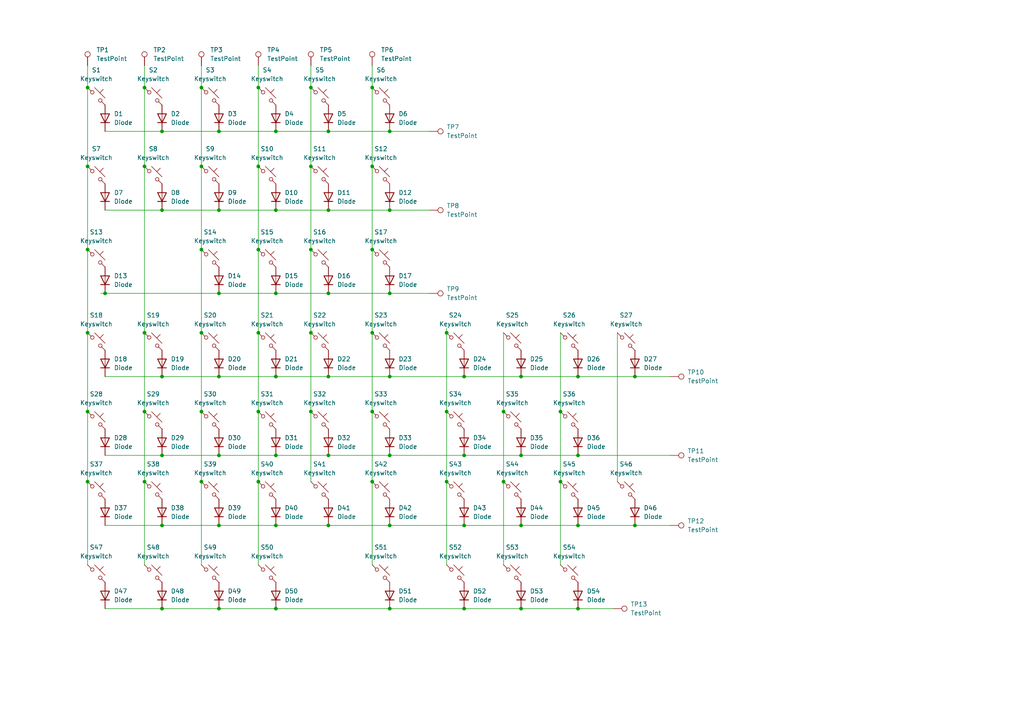
<source format=kicad_sch>
(kicad_sch (version 20231120) (generator "eeschema") (generator_version "8.0")
  (paper "A4")
  (junction (at 80.01 176.53))
  (junction (at 184.15 109.22))
  (junction (at 74.93 72.39))
  (junction (at 134.62 152.4))
  (junction (at 113.03 132.08))
  (junction (at 80.01 85.09))
  (junction (at 95.25 132.08))
  (junction (at 134.62 176.53))
  (junction (at 63.5 109.22))
  (junction (at 41.91 96.52))
  (junction (at 41.91 25.4))
  (junction (at 41.91 139.7))
  (junction (at 30.48 85.09))
  (junction (at 74.93 139.7))
  (junction (at 58.42 119.38))
  (junction (at 74.93 48.26))
  (junction (at 25.4 72.39))
  (junction (at 63.5 60.96))
  (junction (at 151.13 176.53))
  (junction (at 95.25 85.09))
  (junction (at 46.99 176.53))
  (junction (at 80.01 109.22))
  (junction (at 146.05 139.7))
  (junction (at 113.03 109.22))
  (junction (at 113.03 60.96))
  (junction (at 58.42 25.4))
  (junction (at 90.17 48.26))
  (junction (at 46.99 109.22))
  (junction (at 63.5 38.1))
  (junction (at 95.25 152.4))
  (junction (at 107.95 72.39))
  (junction (at 146.05 119.38))
  (junction (at 80.01 152.4))
  (junction (at 95.25 109.22))
  (junction (at 25.4 119.38))
  (junction (at 162.56 119.38))
  (junction (at 25.4 96.52))
  (junction (at 151.13 152.4))
  (junction (at 107.95 96.52))
  (junction (at 113.03 85.09))
  (junction (at 107.95 119.38))
  (junction (at 129.54 96.52))
  (junction (at 90.17 119.38))
  (junction (at 90.17 72.39))
  (junction (at 46.99 60.96))
  (junction (at 129.54 139.7))
  (junction (at 58.42 96.52))
  (junction (at 41.91 119.38))
  (junction (at 46.99 152.4))
  (junction (at 46.99 38.1))
  (junction (at 107.95 25.4))
  (junction (at 134.62 132.08))
  (junction (at 25.4 48.26))
  (junction (at 95.25 60.96))
  (junction (at 151.13 109.22))
  (junction (at 58.42 139.7))
  (junction (at 58.42 72.39))
  (junction (at 113.03 176.53))
  (junction (at 41.91 48.26))
  (junction (at 80.01 60.96))
  (junction (at 63.5 176.53))
  (junction (at 74.93 119.38))
  (junction (at 80.01 132.08))
  (junction (at 74.93 96.52))
  (junction (at 46.99 132.08))
  (junction (at 90.17 25.4))
  (junction (at 184.15 152.4))
  (junction (at 107.95 139.7))
  (junction (at 107.95 48.26))
  (junction (at 129.54 119.38))
  (junction (at 95.25 38.1))
  (junction (at 25.4 25.4))
  (junction (at 74.93 25.4))
  (junction (at 167.64 176.53))
  (junction (at 167.64 152.4))
  (junction (at 134.62 109.22))
  (junction (at 63.5 85.09))
  (junction (at 151.13 132.08))
  (junction (at 25.4 139.7))
  (junction (at 58.42 48.26))
  (junction (at 167.64 132.08))
  (junction (at 80.01 38.1))
  (junction (at 63.5 152.4))
  (junction (at 162.56 139.7))
  (junction (at 113.03 152.4))
  (junction (at 113.03 38.1))
  (junction (at 63.5 132.08))
  (junction (at 90.17 96.52))
  (junction (at 167.64 109.22))
  (wire (pts (xy 80.01 152.4) (xy 95.25 152.4)))
  (wire (pts (xy 90.17 19.05) (xy 90.17 25.4)))
  (wire (pts (xy 25.4 48.26) (xy 25.4 72.39)))
  (wire (pts (xy 80.01 132.08) (xy 95.25 132.08)))
  (wire (pts (xy 162.56 96.52) (xy 162.56 119.38)))
  (wire (pts (xy 63.5 176.53) (xy 80.01 176.53)))
  (wire (pts (xy 29.21 85.09) (xy 30.48 85.09)))
  (wire (pts (xy 151.13 109.22) (xy 167.64 109.22)))
  (wire (pts (xy 58.42 19.05) (xy 58.42 25.4)))
  (wire (pts (xy 134.62 109.22) (xy 151.13 109.22)))
  (wire (pts (xy 107.95 96.52) (xy 107.95 119.38)))
  (wire (pts (xy 107.95 72.39) (xy 107.95 96.52)))
  (wire (pts (xy 107.95 19.05) (xy 107.95 25.4)))
  (wire (pts (xy 167.64 176.53) (xy 177.8 176.53)))
  (wire (pts (xy 151.13 132.08) (xy 167.64 132.08)))
  (wire (pts (xy 95.25 152.4) (xy 113.03 152.4)))
  (wire (pts (xy 113.03 132.08) (xy 134.62 132.08)))
  (wire (pts (xy 90.17 72.39) (xy 90.17 96.52)))
  (wire (pts (xy 46.99 60.96) (xy 63.5 60.96)))
  (wire (pts (xy 30.48 109.22) (xy 46.99 109.22)))
  (wire (pts (xy 95.25 38.1) (xy 113.03 38.1)))
  (wire (pts (xy 74.93 96.52) (xy 74.93 119.38)))
  (wire (pts (xy 80.01 176.53) (xy 113.03 176.53)))
  (wire (pts (xy 58.42 48.26) (xy 58.42 72.39)))
  (wire (pts (xy 41.91 25.4) (xy 41.91 48.26)))
  (wire (pts (xy 80.01 85.09) (xy 95.25 85.09)))
  (wire (pts (xy 167.64 132.08) (xy 194.31 132.08)))
  (wire (pts (xy 58.42 139.7) (xy 58.42 163.83)))
  (wire (pts (xy 63.5 109.22) (xy 80.01 109.22)))
  (wire (pts (xy 95.25 132.08) (xy 113.03 132.08)))
  (wire (pts (xy 134.62 152.4) (xy 151.13 152.4)))
  (wire (pts (xy 25.4 139.7) (xy 25.4 163.83)))
  (wire (pts (xy 95.25 60.96) (xy 113.03 60.96)))
  (wire (pts (xy 90.17 48.26) (xy 90.17 72.39)))
  (wire (pts (xy 129.54 96.52) (xy 129.54 119.38)))
  (wire (pts (xy 129.54 95.25) (xy 129.54 96.52)))
  (wire (pts (xy 146.05 139.7) (xy 146.05 163.83)))
  (wire (pts (xy 113.03 60.96) (xy 124.46 60.96)))
  (wire (pts (xy 146.05 96.52) (xy 146.05 119.38)))
  (wire (pts (xy 63.5 38.1) (xy 80.01 38.1)))
  (wire (pts (xy 25.4 25.4) (xy 25.4 48.26)))
  (wire (pts (xy 113.03 109.22) (xy 134.62 109.22)))
  (wire (pts (xy 179.07 96.52) (xy 179.07 139.7)))
  (wire (pts (xy 46.99 176.53) (xy 63.5 176.53)))
  (wire (pts (xy 46.99 38.1) (xy 63.5 38.1)))
  (wire (pts (xy 30.48 85.09) (xy 63.5 85.09)))
  (wire (pts (xy 41.91 119.38) (xy 41.91 139.7)))
  (wire (pts (xy 113.03 38.1) (xy 124.46 38.1)))
  (wire (pts (xy 184.15 152.4) (xy 194.31 152.4)))
  (wire (pts (xy 107.95 25.4) (xy 107.95 48.26)))
  (wire (pts (xy 63.5 60.96) (xy 80.01 60.96)))
  (wire (pts (xy 74.93 48.26) (xy 74.93 72.39)))
  (wire (pts (xy 30.48 152.4) (xy 46.99 152.4)))
  (wire (pts (xy 107.95 139.7) (xy 107.95 163.83)))
  (wire (pts (xy 63.5 132.08) (xy 80.01 132.08)))
  (wire (pts (xy 30.48 132.08) (xy 46.99 132.08)))
  (wire (pts (xy 113.03 176.53) (xy 134.62 176.53)))
  (wire (pts (xy 107.95 48.26) (xy 107.95 72.39)))
  (wire (pts (xy 46.99 152.4) (xy 63.5 152.4)))
  (wire (pts (xy 90.17 96.52) (xy 90.17 119.38)))
  (wire (pts (xy 146.05 119.38) (xy 146.05 139.7)))
  (wire (pts (xy 113.03 85.09) (xy 124.46 85.09)))
  (wire (pts (xy 80.01 38.1) (xy 95.25 38.1)))
  (wire (pts (xy 25.4 19.05) (xy 25.4 25.4)))
  (wire (pts (xy 80.01 109.22) (xy 95.25 109.22)))
  (wire (pts (xy 74.93 72.39) (xy 74.93 96.52)))
  (wire (pts (xy 74.93 119.38) (xy 74.93 139.7)))
  (wire (pts (xy 74.93 19.05) (xy 74.93 25.4)))
  (wire (pts (xy 58.42 25.4) (xy 58.42 48.26)))
  (wire (pts (xy 58.42 72.39) (xy 58.42 96.52)))
  (wire (pts (xy 74.93 139.7) (xy 74.93 163.83)))
  (wire (pts (xy 30.48 38.1) (xy 46.99 38.1)))
  (wire (pts (xy 63.5 85.09) (xy 80.01 85.09)))
  (wire (pts (xy 30.48 60.96) (xy 46.99 60.96)))
  (wire (pts (xy 46.99 132.08) (xy 63.5 132.08)))
  (wire (pts (xy 162.56 119.38) (xy 162.56 139.7)))
  (wire (pts (xy 151.13 152.4) (xy 167.64 152.4)))
  (wire (pts (xy 41.91 19.05) (xy 41.91 25.4)))
  (wire (pts (xy 167.64 152.4) (xy 184.15 152.4)))
  (wire (pts (xy 184.15 109.22) (xy 194.31 109.22)))
  (wire (pts (xy 25.4 119.38) (xy 25.4 139.7)))
  (wire (pts (xy 95.25 85.09) (xy 113.03 85.09)))
  (wire (pts (xy 90.17 119.38) (xy 90.17 139.7)))
  (wire (pts (xy 25.4 96.52) (xy 25.4 119.38)))
  (wire (pts (xy 74.93 25.4) (xy 74.93 48.26)))
  (wire (pts (xy 162.56 139.7) (xy 162.56 163.83)))
  (wire (pts (xy 151.13 176.53) (xy 167.64 176.53)))
  (wire (pts (xy 90.17 25.4) (xy 90.17 48.26)))
  (wire (pts (xy 107.95 119.38) (xy 107.95 139.7)))
  (wire (pts (xy 113.03 152.4) (xy 134.62 152.4)))
  (wire (pts (xy 46.99 109.22) (xy 63.5 109.22)))
  (wire (pts (xy 30.48 176.53) (xy 46.99 176.53)))
  (wire (pts (xy 25.4 72.39) (xy 25.4 96.52)))
  (wire (pts (xy 134.62 176.53) (xy 151.13 176.53)))
  (wire (pts (xy 41.91 96.52) (xy 41.91 119.38)))
  (wire (pts (xy 41.91 139.7) (xy 41.91 163.83)))
  (wire (pts (xy 129.54 119.38) (xy 129.54 139.7)))
  (wire (pts (xy 129.54 139.7) (xy 129.54 163.83)))
  (wire (pts (xy 63.5 152.4) (xy 80.01 152.4)))
  (wire (pts (xy 41.91 48.26) (xy 41.91 96.52)))
  (wire (pts (xy 58.42 119.38) (xy 58.42 139.7)))
  (wire (pts (xy 80.01 60.96) (xy 95.25 60.96)))
  (wire (pts (xy 58.42 96.52) (xy 58.42 119.38)))
  (wire (pts (xy 167.64 109.22) (xy 184.15 109.22)))
  (wire (pts (xy 95.25 109.22) (xy 113.03 109.22)))
  (wire (pts (xy 134.62 132.08) (xy 151.13 132.08)))
  (symbol (lib_id "ScottoKeebs:Placeholder_Diode") (at 30.48 57.15 90) (unit 1)
    (property "Reference" "D7" (at 33.02 55.8799 90) (effects (justify right)))
    (property "Value" "Diode" (at 33.02 58.4199 90) (effects (justify right)))
    (property "Footprint" "Diode_SMD:D_PowerDI-123" (effects (hide yes)))
    (property "Description" "1N4148 (DO-35) or 1N4148W (SOD-123)" (effects (hide yes)))
    (property "Sim.Device" "D" (effects (hide yes)))
    (property "Sim.Pins" "1=K 2=A" (effects (hide yes)))
  )
  (symbol (lib_id "ScottoKeebs:Placeholder_Diode") (at 113.03 148.59 90) (unit 1)
    (property "Reference" "D42" (at 115.57 147.3199 90) (effects (justify right)))
    (property "Value" "Diode" (at 115.57 149.8599 90) (effects (justify right)))
    (property "Footprint" "Diode_SMD:D_PowerDI-123" (effects (hide yes)))
    (property "Description" "1N4148 (DO-35) or 1N4148W (SOD-123)" (effects (hide yes)))
    (property "Sim.Device" "D" (effects (hide yes)))
    (property "Sim.Pins" "1=K 2=A" (effects (hide yes)))
  )
  (symbol (lib_id "Connector:TestPoint") (at 74.93 19.05 0) (unit 1)
    (property "Reference" "TP4" (at 77.47 14.4779 0) (effects (justify left)))
    (property "Value" "TestPoint" (at 77.47 17.0179 0) (effects (justify left)))
    (property "Footprint" "TestPoint:TestPoint_Pad_D1.5mm" (effects (hide yes)))
    (property "Description" "test point" (effects (hide yes)))
  )
  (symbol (lib_id "ScottoKeebs:Placeholder_Diode") (at 134.62 148.59 90) (unit 1)
    (property "Reference" "D43" (at 137.16 147.3199 90) (effects (justify right)))
    (property "Value" "Diode" (at 137.16 149.8599 90) (effects (justify right)))
    (property "Footprint" "Diode_SMD:D_PowerDI-123" (effects (hide yes)))
    (property "Description" "1N4148 (DO-35) or 1N4148W (SOD-123)" (effects (hide yes)))
    (property "Sim.Device" "D" (effects (hide yes)))
    (property "Sim.Pins" "1=K 2=A" (effects (hide yes)))
  )
  (symbol (lib_id "ScottoKeebs:Placeholder_Diode") (at 30.48 172.72 90) (unit 1)
    (property "Reference" "D47" (at 33.02 171.4499 90) (effects (justify right)))
    (property "Value" "Diode" (at 33.02 173.9899 90) (effects (justify right)))
    (property "Footprint" "Diode_SMD:D_PowerDI-123" (effects (hide yes)))
    (property "Description" "1N4148 (DO-35) or 1N4148W (SOD-123)" (effects (hide yes)))
    (property "Sim.Device" "D" (effects (hide yes)))
    (property "Sim.Pins" "1=K 2=A" (effects (hide yes)))
  )
  (symbol (lib_id "ScottoKeebs:Placeholder_Diode") (at 167.64 105.41 90) (unit 1)
    (property "Reference" "D26" (at 170.18 104.1399 90) (effects (justify right)))
    (property "Value" "Diode" (at 170.18 106.6799 90) (effects (justify right)))
    (property "Footprint" "Diode_SMD:D_PowerDI-123" (effects (hide yes)))
    (property "Description" "1N4148 (DO-35) or 1N4148W (SOD-123)" (effects (hide yes)))
    (property "Sim.Device" "D" (effects (hide yes)))
    (property "Sim.Pins" "1=K 2=A" (effects (hide yes)))
  )
  (symbol (lib_id "ScottoKeebs:Placeholder_Diode") (at 113.03 81.28 90) (unit 1)
    (property "Reference" "D17" (at 115.57 80.0099 90) (effects (justify right)))
    (property "Value" "Diode" (at 115.57 82.5499 90) (effects (justify right)))
    (property "Footprint" "Diode_SMD:D_PowerDI-123" (effects (hide yes)))
    (property "Description" "1N4148 (DO-35) or 1N4148W (SOD-123)" (effects (hide yes)))
    (property "Sim.Device" "D" (effects (hide yes)))
    (property "Sim.Pins" "1=K 2=A" (effects (hide yes)))
  )
  (symbol (lib_id "ScottoKeebs:Placeholder_Diode") (at 151.13 105.41 90) (unit 1)
    (property "Reference" "D25" (at 153.67 104.1399 90) (effects (justify right)))
    (property "Value" "Diode" (at 153.67 106.6799 90) (effects (justify right)))
    (property "Footprint" "Diode_SMD:D_PowerDI-123" (effects (hide yes)))
    (property "Description" "1N4148 (DO-35) or 1N4148W (SOD-123)" (effects (hide yes)))
    (property "Sim.Device" "D" (effects (hide yes)))
    (property "Sim.Pins" "1=K 2=A" (effects (hide yes)))
  )
  (symbol (lib_id "ScottoKeebs:Placeholder_Diode") (at 63.5 81.28 90) (unit 1)
    (property "Reference" "D14" (at 66.04 80.0099 90) (effects (justify right)))
    (property "Value" "Diode" (at 66.04 82.5499 90) (effects (justify right)))
    (property "Footprint" "Diode_SMD:D_PowerDI-123" (effects (hide yes)))
    (property "Description" "1N4148 (DO-35) or 1N4148W (SOD-123)" (effects (hide yes)))
    (property "Sim.Device" "D" (effects (hide yes)))
    (property "Sim.Pins" "1=K 2=A" (effects (hide yes)))
  )
  (symbol (lib_id "Connector:TestPoint") (at 41.91 19.05 0) (unit 1)
    (property "Reference" "TP2" (at 44.45 14.4779 0) (effects (justify left)))
    (property "Value" "TestPoint" (at 44.45 17.0179 0) (effects (justify left)))
    (property "Footprint" "TestPoint:TestPoint_Pad_D1.5mm" (effects (hide yes)))
    (property "Description" "test point" (effects (hide yes)))
  )
  (symbol (lib_id "ScottoKeebs:Placeholder_Diode") (at 113.03 172.72 90) (unit 1)
    (property "Reference" "D51" (at 115.57 171.4499 90) (effects (justify right)))
    (property "Value" "Diode" (at 115.57 173.9899 90) (effects (justify right)))
    (property "Footprint" "Diode_SMD:D_PowerDI-123" (effects (hide yes)))
    (property "Description" "1N4148 (DO-35) or 1N4148W (SOD-123)" (effects (hide yes)))
    (property "Sim.Device" "D" (effects (hide yes)))
    (property "Sim.Pins" "1=K 2=A" (effects (hide yes)))
  )
  (symbol (lib_id "ScottoKeebs:Placeholder_Diode") (at 80.01 81.28 90) (unit 1)
    (property "Reference" "D15" (at 82.55 80.0099 90) (effects (justify right)))
    (property "Value" "Diode" (at 82.55 82.5499 90) (effects (justify right)))
    (property "Footprint" "Diode_SMD:D_PowerDI-123" (effects (hide yes)))
    (property "Description" "1N4148 (DO-35) or 1N4148W (SOD-123)" (effects (hide yes)))
    (property "Sim.Device" "D" (effects (hide yes)))
    (property "Sim.Pins" "1=K 2=A" (effects (hide yes)))
  )
  (symbol (lib_id "ScottoKeebs:Placeholder_Keyswitch") (at 148.59 121.92 0) (unit 1)
    (property "Reference" "S35" (at 148.59 114.3 0))
    (property "Value" "Keyswitch" (at 148.59 116.84 0))
    (property "Footprint" "DomeSwitches:DomeSwitch_8mm_double_sided" (effects (hide yes)))
    (property "Description" "Push button switch, normally open, two pins, 45° tilted" (effects (hide yes)))
  )
  (symbol (lib_id "ScottoKeebs:Placeholder_Diode") (at 95.25 148.59 90) (unit 1)
    (property "Reference" "D41" (at 97.79 147.3199 90) (effects (justify right)))
    (property "Value" "Diode" (at 97.79 149.8599 90) (effects (justify right)))
    (property "Footprint" "Diode_SMD:D_PowerDI-123" (effects (hide yes)))
    (property "Description" "1N4148 (DO-35) or 1N4148W (SOD-123)" (effects (hide yes)))
    (property "Sim.Device" "D" (effects (hide yes)))
    (property "Sim.Pins" "1=K 2=A" (effects (hide yes)))
  )
  (symbol (lib_id "ScottoKeebs:Placeholder_Diode") (at 63.5 34.29 90) (unit 1)
    (property "Reference" "D3" (at 66.04 33.0199 90) (effects (justify right)))
    (property "Value" "Diode" (at 66.04 35.5599 90) (effects (justify right)))
    (property "Footprint" "Diode_SMD:D_PowerDI-123" (effects (hide yes)))
    (property "Description" "1N4148 (DO-35) or 1N4148W (SOD-123)" (effects (hide yes)))
    (property "Sim.Device" "D" (effects (hide yes)))
    (property "Sim.Pins" "1=K 2=A" (effects (hide yes)))
  )
  (symbol (lib_id "ScottoKeebs:Placeholder_Keyswitch") (at 60.96 74.93 0) (unit 1)
    (property "Reference" "S14" (at 60.96 67.31 0))
    (property "Value" "Keyswitch" (at 60.96 69.85 0))
    (property "Footprint" "DomeSwitches:DomeSwitch_8mm_double_sided" (effects (hide yes)))
    (property "Description" "Push button switch, normally open, two pins, 45° tilted" (effects (hide yes)))
  )
  (symbol (lib_id "ScottoKeebs:Placeholder_Keyswitch") (at 92.71 74.93 0) (unit 1)
    (property "Reference" "S16" (at 92.71 67.31 0))
    (property "Value" "Keyswitch" (at 92.71 69.85 0))
    (property "Footprint" "DomeSwitches:DomeSwitch_8mm_double_sided" (effects (hide yes)))
    (property "Description" "Push button switch, normally open, two pins, 45° tilted" (effects (hide yes)))
  )
  (symbol (lib_id "ScottoKeebs:Placeholder_Diode") (at 46.99 34.29 90) (unit 1)
    (property "Reference" "D2" (at 49.53 33.0199 90) (effects (justify right)))
    (property "Value" "Diode" (at 49.53 35.5599 90) (effects (justify right)))
    (property "Footprint" "Diode_SMD:D_PowerDI-123" (effects (hide yes)))
    (property "Description" "1N4148 (DO-35) or 1N4148W (SOD-123)" (effects (hide yes)))
    (property "Sim.Device" "D" (effects (hide yes)))
    (property "Sim.Pins" "1=K 2=A" (effects (hide yes)))
  )
  (symbol (lib_id "ScottoKeebs:Placeholder_Keyswitch") (at 110.49 166.37 0) (unit 1)
    (property "Reference" "S51" (at 110.49 158.75 0))
    (property "Value" "Keyswitch" (at 110.49 161.29 0))
    (property "Footprint" "DomeSwitches:DomeSwitch_8mm_double_sided" (effects (hide yes)))
    (property "Description" "Push button switch, normally open, two pins, 45° tilted" (effects (hide yes)))
  )
  (symbol (lib_id "Connector:TestPoint") (at 124.46 60.96 270) (unit 1)
    (property "Reference" "TP8" (at 129.54 59.6899 90) (effects (justify left)))
    (property "Value" "TestPoint" (at 129.54 62.2299 90) (effects (justify left)))
    (property "Footprint" "TestPoint:TestPoint_Pad_D1.5mm" (effects (hide yes)))
    (property "Description" "test point" (effects (hide yes)))
  )
  (symbol (lib_id "ScottoKeebs:Placeholder_Keyswitch") (at 77.47 166.37 0) (unit 1)
    (property "Reference" "S50" (at 77.47 158.75 0))
    (property "Value" "Keyswitch" (at 77.47 161.29 0))
    (property "Footprint" "DomeSwitches:DomeSwitch_8mm_double_sided" (effects (hide yes)))
    (property "Description" "Push button switch, normally open, two pins, 45° tilted" (effects (hide yes)))
  )
  (symbol (lib_id "ScottoKeebs:Placeholder_Keyswitch") (at 27.94 50.8 0) (unit 1)
    (property "Reference" "S7" (at 27.94 43.18 0))
    (property "Value" "Keyswitch" (at 27.94 45.72 0))
    (property "Footprint" "DomeSwitches:DomeSwitch_8mm_double_sided" (effects (hide yes)))
    (property "Description" "Push button switch, normally open, two pins, 45° tilted" (effects (hide yes)))
  )
  (symbol (lib_id "ScottoKeebs:Placeholder_Keyswitch") (at 132.08 99.06 0) (unit 1)
    (property "Reference" "S24" (at 132.08 91.44 0))
    (property "Value" "Keyswitch" (at 132.08 93.98 0))
    (property "Footprint" "DomeSwitches:DomeSwitch_8mm_double_sided" (effects (hide yes)))
    (property "Description" "Push button switch, normally open, two pins, 45° tilted" (effects (hide yes)))
  )
  (symbol (lib_id "ScottoKeebs:Placeholder_Keyswitch") (at 27.94 74.93 0) (unit 1)
    (property "Reference" "S13" (at 27.94 67.31 0))
    (property "Value" "Keyswitch" (at 27.94 69.85 0))
    (property "Footprint" "DomeSwitches:DomeSwitch_8mm_double_sided" (effects (hide yes)))
    (property "Description" "Push button switch, normally open, two pins, 45° tilted" (effects (hide yes)))
  )
  (symbol (lib_id "ScottoKeebs:Placeholder_Diode") (at 80.01 172.72 90) (unit 1)
    (property "Reference" "D50" (at 82.55 171.4499 90) (effects (justify right)))
    (property "Value" "Diode" (at 82.55 173.9899 90) (effects (justify right)))
    (property "Footprint" "Diode_SMD:D_PowerDI-123" (effects (hide yes)))
    (property "Description" "1N4148 (DO-35) or 1N4148W (SOD-123)" (effects (hide yes)))
    (property "Sim.Device" "D" (effects (hide yes)))
    (property "Sim.Pins" "1=K 2=A" (effects (hide yes)))
  )
  (symbol (lib_id "ScottoKeebs:Placeholder_Keyswitch") (at 77.47 27.94 0) (unit 1)
    (property "Reference" "S4" (at 77.47 20.32 0))
    (property "Value" "Keyswitch" (at 77.47 22.86 0))
    (property "Footprint" "DomeSwitches:DomeSwitch_8mm_double_sided" (effects (hide yes)))
    (property "Description" "Push button switch, normally open, two pins, 45° tilted" (effects (hide yes)))
  )
  (symbol (lib_id "ScottoKeebs:Placeholder_Diode") (at 151.13 128.27 90) (unit 1)
    (property "Reference" "D35" (at 153.67 126.9999 90) (effects (justify right)))
    (property "Value" "Diode" (at 153.67 129.5399 90) (effects (justify right)))
    (property "Footprint" "Diode_SMD:D_PowerDI-123" (effects (hide yes)))
    (property "Description" "1N4148 (DO-35) or 1N4148W (SOD-123)" (effects (hide yes)))
    (property "Sim.Device" "D" (effects (hide yes)))
    (property "Sim.Pins" "1=K 2=A" (effects (hide yes)))
  )
  (symbol (lib_id "ScottoKeebs:Placeholder_Keyswitch") (at 110.49 50.8 0) (unit 1)
    (property "Reference" "S12" (at 110.49 43.18 0))
    (property "Value" "Keyswitch" (at 110.49 45.72 0))
    (property "Footprint" "DomeSwitches:DomeSwitch_8mm_double_sided" (effects (hide yes)))
    (property "Description" "Push button switch, normally open, two pins, 45° tilted" (effects (hide yes)))
  )
  (symbol (lib_id "ScottoKeebs:Placeholder_Keyswitch") (at 27.94 27.94 0) (unit 1)
    (property "Reference" "S1" (at 27.94 20.32 0))
    (property "Value" "Keyswitch" (at 27.94 22.86 0))
    (property "Footprint" "DomeSwitches:DomeSwitch_8mm_double_sided" (effects (hide yes)))
    (property "Description" "Push button switch, normally open, two pins, 45° tilted" (effects (hide yes)))
  )
  (symbol (lib_id "ScottoKeebs:Placeholder_Keyswitch") (at 27.94 121.92 0) (unit 1)
    (property "Reference" "S28" (at 27.94 114.3 0))
    (property "Value" "Keyswitch" (at 27.94 116.84 0))
    (property "Footprint" "DomeSwitches:DomeSwitch_8mm_double_sided" (effects (hide yes)))
    (property "Description" "Push button switch, normally open, two pins, 45° tilted" (effects (hide yes)))
  )
  (symbol (lib_id "ScottoKeebs:Placeholder_Diode") (at 63.5 128.27 90) (unit 1)
    (property "Reference" "D30" (at 66.04 126.9999 90) (effects (justify right)))
    (property "Value" "Diode" (at 66.04 129.5399 90) (effects (justify right)))
    (property "Footprint" "Diode_SMD:D_PowerDI-123" (effects (hide yes)))
    (property "Description" "1N4148 (DO-35) or 1N4148W (SOD-123)" (effects (hide yes)))
    (property "Sim.Device" "D" (effects (hide yes)))
    (property "Sim.Pins" "1=K 2=A" (effects (hide yes)))
  )
  (symbol (lib_id "ScottoKeebs:Placeholder_Diode") (at 46.99 172.72 90) (unit 1)
    (property "Reference" "D48" (at 49.53 171.4499 90) (effects (justify right)))
    (property "Value" "Diode" (at 49.53 173.9899 90) (effects (justify right)))
    (property "Footprint" "Diode_SMD:D_PowerDI-123" (effects (hide yes)))
    (property "Description" "1N4148 (DO-35) or 1N4148W (SOD-123)" (effects (hide yes)))
    (property "Sim.Device" "D" (effects (hide yes)))
    (property "Sim.Pins" "1=K 2=A" (effects (hide yes)))
  )
  (symbol (lib_id "ScottoKeebs:Placeholder_Keyswitch") (at 132.08 166.37 0) (unit 1)
    (property "Reference" "S52" (at 132.08 158.75 0))
    (property "Value" "Keyswitch" (at 132.08 161.29 0))
    (property "Footprint" "DomeSwitches:DomeSwitch_8mm_double_sided" (effects (hide yes)))
    (property "Description" "Push button switch, normally open, two pins, 45° tilted" (effects (hide yes)))
  )
  (symbol (lib_id "ScottoKeebs:Placeholder_Keyswitch") (at 60.96 166.37 0) (unit 1)
    (property "Reference" "S49" (at 60.96 158.75 0))
    (property "Value" "Keyswitch" (at 60.96 161.29 0))
    (property "Footprint" "DomeSwitches:DomeSwitch_8mm_double_sided" (effects (hide yes)))
    (property "Description" "Push button switch, normally open, two pins, 45° tilted" (effects (hide yes)))
  )
  (symbol (lib_id "ScottoKeebs:Placeholder_Diode") (at 30.48 34.29 90) (unit 1)
    (property "Reference" "D1" (at 33.02 33.0199 90) (effects (justify right)))
    (property "Value" "Diode" (at 33.02 35.5599 90) (effects (justify right)))
    (property "Footprint" "Diode_SMD:D_PowerDI-123" (effects (hide yes)))
    (property "Description" "1N4148 (DO-35) or 1N4148W (SOD-123)" (effects (hide yes)))
    (property "Sim.Device" "D" (effects (hide yes)))
    (property "Sim.Pins" "1=K 2=A" (effects (hide yes)))
  )
  (symbol (lib_id "ScottoKeebs:Placeholder_Diode") (at 46.99 105.41 90) (unit 1)
    (property "Reference" "D19" (at 49.53 104.1399 90) (effects (justify right)))
    (property "Value" "Diode" (at 49.53 106.6799 90) (effects (justify right)))
    (property "Footprint" "Diode_SMD:D_PowerDI-123" (effects (hide yes)))
    (property "Description" "1N4148 (DO-35) or 1N4148W (SOD-123)" (effects (hide yes)))
    (property "Sim.Device" "D" (effects (hide yes)))
    (property "Sim.Pins" "1=K 2=A" (effects (hide yes)))
  )
  (symbol (lib_id "ScottoKeebs:Placeholder_Keyswitch") (at 148.59 99.06 0) (unit 1)
    (property "Reference" "S25" (at 148.59 91.44 0))
    (property "Value" "Keyswitch" (at 148.59 93.98 0))
    (property "Footprint" "DomeSwitches:DomeSwitch_8mm_double_sided" (effects (hide yes)))
    (property "Description" "Push button switch, normally open, two pins, 45° tilted" (effects (hide yes)))
  )
  (symbol (lib_id "ScottoKeebs:Placeholder_Diode") (at 95.25 105.41 90) (unit 1)
    (property "Reference" "D22" (at 97.79 104.1399 90) (effects (justify right)))
    (property "Value" "Diode" (at 97.79 106.6799 90) (effects (justify right)))
    (property "Footprint" "Diode_SMD:D_PowerDI-123" (effects (hide yes)))
    (property "Description" "1N4148 (DO-35) or 1N4148W (SOD-123)" (effects (hide yes)))
    (property "Sim.Device" "D" (effects (hide yes)))
    (property "Sim.Pins" "1=K 2=A" (effects (hide yes)))
  )
  (symbol (lib_id "ScottoKeebs:Placeholder_Keyswitch") (at 27.94 99.06 0) (unit 1)
    (property "Reference" "S18" (at 27.94 91.44 0))
    (property "Value" "Keyswitch" (at 27.94 93.98 0))
    (property "Footprint" "DomeSwitches:DomeSwitch_8mm_double_sided" (effects (hide yes)))
    (property "Description" "Push button switch, normally open, two pins, 45° tilted" (effects (hide yes)))
  )
  (symbol (lib_id "ScottoKeebs:Placeholder_Keyswitch") (at 77.47 121.92 0) (unit 1)
    (property "Reference" "S31" (at 77.47 114.3 0))
    (property "Value" "Keyswitch" (at 77.47 116.84 0))
    (property "Footprint" "DomeSwitches:DomeSwitch_8mm_double_sided" (effects (hide yes)))
    (property "Description" "Push button switch, normally open, two pins, 45° tilted" (effects (hide yes)))
  )
  (symbol (lib_id "ScottoKeebs:Placeholder_Diode") (at 95.25 57.15 90) (unit 1)
    (property "Reference" "D11" (at 97.79 55.8799 90) (effects (justify right)))
    (property "Value" "Diode" (at 97.79 58.4199 90) (effects (justify right)))
    (property "Footprint" "Diode_SMD:D_PowerDI-123" (effects (hide yes)))
    (property "Description" "1N4148 (DO-35) or 1N4148W (SOD-123)" (effects (hide yes)))
    (property "Sim.Device" "D" (effects (hide yes)))
    (property "Sim.Pins" "1=K 2=A" (effects (hide yes)))
  )
  (symbol (lib_id "ScottoKeebs:Placeholder_Keyswitch") (at 77.47 74.93 0) (unit 1)
    (property "Reference" "S15" (at 77.47 67.31 0))
    (property "Value" "Keyswitch" (at 77.47 69.85 0))
    (property "Footprint" "DomeSwitches:DomeSwitch_8mm_double_sided" (effects (hide yes)))
    (property "Description" "Push button switch, normally open, two pins, 45° tilted" (effects (hide yes)))
  )
  (symbol (lib_id "ScottoKeebs:Placeholder_Diode") (at 80.01 34.29 90) (unit 1)
    (property "Reference" "D4" (at 82.55 33.0199 90) (effects (justify right)))
    (property "Value" "Diode" (at 82.55 35.5599 90) (effects (justify right)))
    (property "Footprint" "Diode_SMD:D_PowerDI-123" (effects (hide yes)))
    (property "Description" "1N4148 (DO-35) or 1N4148W (SOD-123)" (effects (hide yes)))
    (property "Sim.Device" "D" (effects (hide yes)))
    (property "Sim.Pins" "1=K 2=A" (effects (hide yes)))
  )
  (symbol (lib_id "ScottoKeebs:Placeholder_Diode") (at 80.01 105.41 90) (unit 1)
    (property "Reference" "D21" (at 82.55 104.1399 90) (effects (justify right)))
    (property "Value" "Diode" (at 82.55 106.6799 90) (effects (justify right)))
    (property "Footprint" "Diode_SMD:D_PowerDI-123" (effects (hide yes)))
    (property "Description" "1N4148 (DO-35) or 1N4148W (SOD-123)" (effects (hide yes)))
    (property "Sim.Device" "D" (effects (hide yes)))
    (property "Sim.Pins" "1=K 2=A" (effects (hide yes)))
  )
  (symbol (lib_id "ScottoKeebs:Placeholder_Diode") (at 46.99 57.15 90) (unit 1)
    (property "Reference" "D8" (at 49.53 55.8799 90) (effects (justify right)))
    (property "Value" "Diode" (at 49.53 58.4199 90) (effects (justify right)))
    (property "Footprint" "Diode_SMD:D_PowerDI-123" (effects (hide yes)))
    (property "Description" "1N4148 (DO-35) or 1N4148W (SOD-123)" (effects (hide yes)))
    (property "Sim.Device" "D" (effects (hide yes)))
    (property "Sim.Pins" "1=K 2=A" (effects (hide yes)))
  )
  (symbol (lib_id "ScottoKeebs:Placeholder_Diode") (at 134.62 172.72 90) (unit 1)
    (property "Reference" "D52" (at 137.16 171.4499 90) (effects (justify right)))
    (property "Value" "Diode" (at 137.16 173.9899 90) (effects (justify right)))
    (property "Footprint" "Diode_SMD:D_PowerDI-123" (effects (hide yes)))
    (property "Description" "1N4148 (DO-35) or 1N4148W (SOD-123)" (effects (hide yes)))
    (property "Sim.Device" "D" (effects (hide yes)))
    (property "Sim.Pins" "1=K 2=A" (effects (hide yes)))
  )
  (symbol (lib_id "ScottoKeebs:Placeholder_Diode") (at 95.25 34.29 90) (unit 1)
    (property "Reference" "D5" (at 97.79 33.0199 90) (effects (justify right)))
    (property "Value" "Diode" (at 97.79 35.5599 90) (effects (justify right)))
    (property "Footprint" "Diode_SMD:D_PowerDI-123" (effects (hide yes)))
    (property "Description" "1N4148 (DO-35) or 1N4148W (SOD-123)" (effects (hide yes)))
    (property "Sim.Device" "D" (effects (hide yes)))
    (property "Sim.Pins" "1=K 2=A" (effects (hide yes)))
  )
  (symbol (lib_id "ScottoKeebs:Placeholder_Keyswitch") (at 44.45 121.92 0) (unit 1)
    (property "Reference" "S29" (at 44.45 114.3 0))
    (property "Value" "Keyswitch" (at 44.45 116.84 0))
    (property "Footprint" "DomeSwitches:DomeSwitch_8mm_double_sided" (effects (hide yes)))
    (property "Description" "Push button switch, normally open, two pins, 45° tilted" (effects (hide yes)))
  )
  (symbol (lib_id "ScottoKeebs:Placeholder_Keyswitch") (at 77.47 99.06 0) (unit 1)
    (property "Reference" "S21" (at 77.47 91.44 0))
    (property "Value" "Keyswitch" (at 77.47 93.98 0))
    (property "Footprint" "DomeSwitches:DomeSwitch_8mm_double_sided" (effects (hide yes)))
    (property "Description" "Push button switch, normally open, two pins, 45° tilted" (effects (hide yes)))
  )
  (symbol (lib_id "ScottoKeebs:Placeholder_Keyswitch") (at 92.71 99.06 0) (unit 1)
    (property "Reference" "S22" (at 92.71 91.44 0))
    (property "Value" "Keyswitch" (at 92.71 93.98 0))
    (property "Footprint" "DomeSwitches:DomeSwitch_8mm_double_sided" (effects (hide yes)))
    (property "Description" "Push button switch, normally open, two pins, 45° tilted" (effects (hide yes)))
  )
  (symbol (lib_id "ScottoKeebs:Placeholder_Diode") (at 151.13 148.59 90) (unit 1)
    (property "Reference" "D44" (at 153.67 147.3199 90) (effects (justify right)))
    (property "Value" "Diode" (at 153.67 149.8599 90) (effects (justify right)))
    (property "Footprint" "Diode_SMD:D_PowerDI-123" (effects (hide yes)))
    (property "Description" "1N4148 (DO-35) or 1N4148W (SOD-123)" (effects (hide yes)))
    (property "Sim.Device" "D" (effects (hide yes)))
    (property "Sim.Pins" "1=K 2=A" (effects (hide yes)))
  )
  (symbol (lib_id "ScottoKeebs:Placeholder_Keyswitch") (at 165.1 99.06 0) (unit 1)
    (property "Reference" "S26" (at 165.1 91.44 0))
    (property "Value" "Keyswitch" (at 165.1 93.98 0))
    (property "Footprint" "DomeSwitches:DomeSwitch_8mm_double_sided" (effects (hide yes)))
    (property "Description" "Push button switch, normally open, two pins, 45° tilted" (effects (hide yes)))
  )
  (symbol (lib_id "ScottoKeebs:Placeholder_Keyswitch") (at 148.59 166.37 0) (unit 1)
    (property "Reference" "S53" (at 148.59 158.75 0))
    (property "Value" "Keyswitch" (at 148.59 161.29 0))
    (property "Footprint" "DomeSwitches:DomeSwitch_8mm_double_sided" (effects (hide yes)))
    (property "Description" "Push button switch, normally open, two pins, 45° tilted" (effects (hide yes)))
  )
  (symbol (lib_id "ScottoKeebs:Placeholder_Keyswitch") (at 181.61 142.24 0) (unit 1)
    (property "Reference" "S46" (at 181.61 134.62 0))
    (property "Value" "Keyswitch" (at 181.61 137.16 0))
    (property "Footprint" "DomeSwitches:DomeSwitch_8mm_double_sided" (effects (hide yes)))
    (property "Description" "Push button switch, normally open, two pins, 45° tilted" (effects (hide yes)))
  )
  (symbol (lib_id "ScottoKeebs:Placeholder_Diode") (at 113.03 105.41 90) (unit 1)
    (property "Reference" "D23" (at 115.57 104.1399 90) (effects (justify right)))
    (property "Value" "Diode" (at 115.57 106.6799 90) (effects (justify right)))
    (property "Footprint" "Diode_SMD:D_PowerDI-123" (effects (hide yes)))
    (property "Description" "1N4148 (DO-35) or 1N4148W (SOD-123)" (effects (hide yes)))
    (property "Sim.Device" "D" (effects (hide yes)))
    (property "Sim.Pins" "1=K 2=A" (effects (hide yes)))
  )
  (symbol (lib_id "ScottoKeebs:Placeholder_Diode") (at 80.01 128.27 90) (unit 1)
    (property "Reference" "D31" (at 82.55 126.9999 90) (effects (justify right)))
    (property "Value" "Diode" (at 82.55 129.5399 90) (effects (justify right)))
    (property "Footprint" "Diode_SMD:D_PowerDI-123" (effects (hide yes)))
    (property "Description" "1N4148 (DO-35) or 1N4148W (SOD-123)" (effects (hide yes)))
    (property "Sim.Device" "D" (effects (hide yes)))
    (property "Sim.Pins" "1=K 2=A" (effects (hide yes)))
  )
  (symbol (lib_id "ScottoKeebs:Placeholder_Keyswitch") (at 110.49 99.06 0) (unit 1)
    (property "Reference" "S23" (at 110.49 91.44 0))
    (property "Value" "Keyswitch" (at 110.49 93.98 0))
    (property "Footprint" "DomeSwitches:DomeSwitch_8mm_double_sided" (effects (hide yes)))
    (property "Description" "Push button switch, normally open, two pins, 45° tilted" (effects (hide yes)))
  )
  (symbol (lib_id "ScottoKeebs:Placeholder_Keyswitch") (at 110.49 142.24 0) (unit 1)
    (property "Reference" "S42" (at 110.49 134.62 0))
    (property "Value" "Keyswitch" (at 110.49 137.16 0))
    (property "Footprint" "DomeSwitches:DomeSwitch_8mm_double_sided" (effects (hide yes)))
    (property "Description" "Push button switch, normally open, two pins, 45° tilted" (effects (hide yes)))
  )
  (symbol (lib_id "ScottoKeebs:Placeholder_Diode") (at 95.25 81.28 90) (unit 1)
    (property "Reference" "D16" (at 97.79 80.0099 90) (effects (justify right)))
    (property "Value" "Diode" (at 97.79 82.5499 90) (effects (justify right)))
    (property "Footprint" "Diode_SMD:D_PowerDI-123" (effects (hide yes)))
    (property "Description" "1N4148 (DO-35) or 1N4148W (SOD-123)" (effects (hide yes)))
    (property "Sim.Device" "D" (effects (hide yes)))
    (property "Sim.Pins" "1=K 2=A" (effects (hide yes)))
  )
  (symbol (lib_id "ScottoKeebs:Placeholder_Diode") (at 46.99 148.59 90) (unit 1)
    (property "Reference" "D38" (at 49.53 147.3199 90) (effects (justify right)))
    (property "Value" "Diode" (at 49.53 149.8599 90) (effects (justify right)))
    (property "Footprint" "Diode_SMD:D_PowerDI-123" (effects (hide yes)))
    (property "Description" "1N4148 (DO-35) or 1N4148W (SOD-123)" (effects (hide yes)))
    (property "Sim.Device" "D" (effects (hide yes)))
    (property "Sim.Pins" "1=K 2=A" (effects (hide yes)))
  )
  (symbol (lib_id "ScottoKeebs:Placeholder_Keyswitch") (at 165.1 166.37 0) (unit 1)
    (property "Reference" "S54" (at 165.1 158.75 0))
    (property "Value" "Keyswitch" (at 165.1 161.29 0))
    (property "Footprint" "DomeSwitches:DomeSwitch_8mm_double_sided" (effects (hide yes)))
    (property "Description" "Push button switch, normally open, two pins, 45° tilted" (effects (hide yes)))
  )
  (symbol (lib_id "ScottoKeebs:Placeholder_Diode") (at 63.5 148.59 90) (unit 1)
    (property "Reference" "D39" (at 66.04 147.3199 90) (effects (justify right)))
    (property "Value" "Diode" (at 66.04 149.8599 90) (effects (justify right)))
    (property "Footprint" "Diode_SMD:D_PowerDI-123" (effects (hide yes)))
    (property "Description" "1N4148 (DO-35) or 1N4148W (SOD-123)" (effects (hide yes)))
    (property "Sim.Device" "D" (effects (hide yes)))
    (property "Sim.Pins" "1=K 2=A" (effects (hide yes)))
  )
  (symbol (lib_id "ScottoKeebs:Placeholder_Diode") (at 63.5 57.15 90) (unit 1)
    (property "Reference" "D9" (at 66.04 55.8799 90) (effects (justify right)))
    (property "Value" "Diode" (at 66.04 58.4199 90) (effects (justify right)))
    (property "Footprint" "Diode_SMD:D_PowerDI-123" (effects (hide yes)))
    (property "Description" "1N4148 (DO-35) or 1N4148W (SOD-123)" (effects (hide yes)))
    (property "Sim.Device" "D" (effects (hide yes)))
    (property "Sim.Pins" "1=K 2=A" (effects (hide yes)))
  )
  (symbol (lib_id "Connector:TestPoint") (at 25.4 19.05 0) (unit 1)
    (property "Reference" "TP1" (at 27.94 14.4779 0) (effects (justify left)))
    (property "Value" "TestPoint" (at 27.94 17.0179 0) (effects (justify left)))
    (property "Footprint" "TestPoint:TestPoint_Pad_D1.5mm" (effects (hide yes)))
    (property "Description" "test point" (effects (hide yes)))
  )
  (symbol (lib_id "ScottoKeebs:Placeholder_Keyswitch") (at 92.71 27.94 0) (unit 1)
    (property "Reference" "S5" (at 92.71 20.32 0))
    (property "Value" "Keyswitch" (at 92.71 22.86 0))
    (property "Footprint" "DomeSwitches:DomeSwitch_8mm_double_sided" (effects (hide yes)))
    (property "Description" "Push button switch, normally open, two pins, 45° tilted" (effects (hide yes)))
  )
  (symbol (lib_id "ScottoKeebs:Placeholder_Keyswitch") (at 60.96 50.8 0) (unit 1)
    (property "Reference" "S9" (at 60.96 43.18 0))
    (property "Value" "Keyswitch" (at 60.96 45.72 0))
    (property "Footprint" "DomeSwitches:DomeSwitch_8mm_double_sided" (effects (hide yes)))
    (property "Description" "Push button switch, normally open, two pins, 45° tilted" (effects (hide yes)))
  )
  (symbol (lib_id "ScottoKeebs:Placeholder_Keyswitch") (at 110.49 27.94 0) (unit 1)
    (property "Reference" "S6" (at 110.49 20.32 0))
    (property "Value" "Keyswitch" (at 110.49 22.86 0))
    (property "Footprint" "DomeSwitches:DomeSwitch_8mm_double_sided" (effects (hide yes)))
    (property "Description" "Push button switch, normally open, two pins, 45° tilted" (effects (hide yes)))
  )
  (symbol (lib_id "ScottoKeebs:Placeholder_Keyswitch") (at 27.94 142.24 0) (unit 1)
    (property "Reference" "S37" (at 27.94 134.62 0))
    (property "Value" "Keyswitch" (at 27.94 137.16 0))
    (property "Footprint" "DomeSwitches:DomeSwitch_8mm_double_sided" (effects (hide yes)))
    (property "Description" "Push button switch, normally open, two pins, 45° tilted" (effects (hide yes)))
  )
  (symbol (lib_id "ScottoKeebs:Placeholder_Diode") (at 167.64 128.27 90) (unit 1)
    (property "Reference" "D36" (at 170.18 126.9999 90) (effects (justify right)))
    (property "Value" "Diode" (at 170.18 129.5399 90) (effects (justify right)))
    (property "Footprint" "Diode_SMD:D_PowerDI-123" (effects (hide yes)))
    (property "Description" "1N4148 (DO-35) or 1N4148W (SOD-123)" (effects (hide yes)))
    (property "Sim.Device" "D" (effects (hide yes)))
    (property "Sim.Pins" "1=K 2=A" (effects (hide yes)))
  )
  (symbol (lib_id "ScottoKeebs:Placeholder_Diode") (at 134.62 128.27 90) (unit 1)
    (property "Reference" "D34" (at 137.16 126.9999 90) (effects (justify right)))
    (property "Value" "Diode" (at 137.16 129.5399 90) (effects (justify right)))
    (property "Footprint" "Diode_SMD:D_PowerDI-123" (effects (hide yes)))
    (property "Description" "1N4148 (DO-35) or 1N4148W (SOD-123)" (effects (hide yes)))
    (property "Sim.Device" "D" (effects (hide yes)))
    (property "Sim.Pins" "1=K 2=A" (effects (hide yes)))
  )
  (symbol (lib_id "ScottoKeebs:Placeholder_Keyswitch") (at 148.59 142.24 0) (unit 1)
    (property "Reference" "S44" (at 148.59 134.62 0))
    (property "Value" "Keyswitch" (at 148.59 137.16 0))
    (property "Footprint" "DomeSwitches:DomeSwitch_8mm_double_sided" (effects (hide yes)))
    (property "Description" "Push button switch, normally open, two pins, 45° tilted" (effects (hide yes)))
  )
  (symbol (lib_id "Connector:TestPoint") (at 124.46 38.1 270) (unit 1)
    (property "Reference" "TP7" (at 129.54 36.8299 90) (effects (justify left)))
    (property "Value" "TestPoint" (at 129.54 39.3699 90) (effects (justify left)))
    (property "Footprint" "TestPoint:TestPoint_Pad_D1.5mm" (effects (hide yes)))
    (property "Description" "test point" (effects (hide yes)))
  )
  (symbol (lib_id "Connector:TestPoint") (at 177.8 176.53 270) (unit 1)
    (property "Reference" "TP13" (at 182.88 175.2599 90) (effects (justify left)))
    (property "Value" "TestPoint" (at 182.88 177.7999 90) (effects (justify left)))
    (property "Footprint" "TestPoint:TestPoint_Pad_D1.5mm" (effects (hide yes)))
    (property "Description" "test point" (effects (hide yes)))
  )
  (symbol (lib_id "ScottoKeebs:Placeholder_Diode") (at 113.03 57.15 90) (unit 1)
    (property "Reference" "D12" (at 115.57 55.8799 90) (effects (justify right)))
    (property "Value" "Diode" (at 115.57 58.4199 90) (effects (justify right)))
    (property "Footprint" "Diode_SMD:D_PowerDI-123" (effects (hide yes)))
    (property "Description" "1N4148 (DO-35) or 1N4148W (SOD-123)" (effects (hide yes)))
    (property "Sim.Device" "D" (effects (hide yes)))
    (property "Sim.Pins" "1=K 2=A" (effects (hide yes)))
  )
  (symbol (lib_id "ScottoKeebs:Placeholder_Keyswitch") (at 44.45 50.8 0) (unit 1)
    (property "Reference" "S8" (at 44.45 43.18 0))
    (property "Value" "Keyswitch" (at 44.45 45.72 0))
    (property "Footprint" "DomeSwitches:DomeSwitch_8mm_double_sided" (effects (hide yes)))
    (property "Description" "Push button switch, normally open, two pins, 45° tilted" (effects (hide yes)))
  )
  (symbol (lib_id "ScottoKeebs:Placeholder_Keyswitch") (at 165.1 121.92 0) (unit 1)
    (property "Reference" "S36" (at 165.1 114.3 0))
    (property "Value" "Keyswitch" (at 165.1 116.84 0))
    (property "Footprint" "DomeSwitches:DomeSwitch_8mm_double_sided" (effects (hide yes)))
    (property "Description" "Push button switch, normally open, two pins, 45° tilted" (effects (hide yes)))
  )
  (symbol (lib_id "ScottoKeebs:Placeholder_Diode") (at 134.62 105.41 90) (unit 1)
    (property "Reference" "D24" (at 137.16 104.1399 90) (effects (justify right)))
    (property "Value" "Diode" (at 137.16 106.6799 90) (effects (justify right)))
    (property "Footprint" "Diode_SMD:D_PowerDI-123" (effects (hide yes)))
    (property "Description" "1N4148 (DO-35) or 1N4148W (SOD-123)" (effects (hide yes)))
    (property "Sim.Device" "D" (effects (hide yes)))
    (property "Sim.Pins" "1=K 2=A" (effects (hide yes)))
  )
  (symbol (lib_id "ScottoKeebs:Placeholder_Keyswitch") (at 60.96 142.24 0) (unit 1)
    (property "Reference" "S39" (at 60.96 134.62 0))
    (property "Value" "Keyswitch" (at 60.96 137.16 0))
    (property "Footprint" "DomeSwitches:DomeSwitch_8mm_double_sided" (effects (hide yes)))
    (property "Description" "Push button switch, normally open, two pins, 45° tilted" (effects (hide yes)))
  )
  (symbol (lib_id "ScottoKeebs:Placeholder_Keyswitch") (at 165.1 142.24 0) (unit 1)
    (property "Reference" "S45" (at 165.1 134.62 0))
    (property "Value" "Keyswitch" (at 165.1 137.16 0))
    (property "Footprint" "DomeSwitches:DomeSwitch_8mm_double_sided" (effects (hide yes)))
    (property "Description" "Push button switch, normally open, two pins, 45° tilted" (effects (hide yes)))
  )
  (symbol (lib_id "ScottoKeebs:Placeholder_Keyswitch") (at 181.61 99.06 0) (unit 1)
    (property "Reference" "S27" (at 181.61 91.44 0))
    (property "Value" "Keyswitch" (at 181.61 93.98 0))
    (property "Footprint" "DomeSwitches:DomeSwitch_8mm_double_sided" (effects (hide yes)))
    (property "Description" "Push button switch, normally open, two pins, 45° tilted" (effects (hide yes)))
  )
  (symbol (lib_id "ScottoKeebs:Placeholder_Diode") (at 167.64 148.59 90) (unit 1)
    (property "Reference" "D45" (at 170.18 147.3199 90) (effects (justify right)))
    (property "Value" "Diode" (at 170.18 149.8599 90) (effects (justify right)))
    (property "Footprint" "Diode_SMD:D_PowerDI-123" (effects (hide yes)))
    (property "Description" "1N4148 (DO-35) or 1N4148W (SOD-123)" (effects (hide yes)))
    (property "Sim.Device" "D" (effects (hide yes)))
    (property "Sim.Pins" "1=K 2=A" (effects (hide yes)))
  )
  (symbol (lib_id "ScottoKeebs:Placeholder_Keyswitch") (at 77.47 142.24 0) (unit 1)
    (property "Reference" "S40" (at 77.47 134.62 0))
    (property "Value" "Keyswitch" (at 77.47 137.16 0))
    (property "Footprint" "DomeSwitches:DomeSwitch_8mm_double_sided" (effects (hide yes)))
    (property "Description" "Push button switch, normally open, two pins, 45° tilted" (effects (hide yes)))
  )
  (symbol (lib_id "ScottoKeebs:Placeholder_Diode") (at 80.01 57.15 90) (unit 1)
    (property "Reference" "D10" (at 82.55 55.8799 90) (effects (justify right)))
    (property "Value" "Diode" (at 82.55 58.4199 90) (effects (justify right)))
    (property "Footprint" "Diode_SMD:D_PowerDI-123" (effects (hide yes)))
    (property "Description" "1N4148 (DO-35) or 1N4148W (SOD-123)" (effects (hide yes)))
    (property "Sim.Device" "D" (effects (hide yes)))
    (property "Sim.Pins" "1=K 2=A" (effects (hide yes)))
  )
  (symbol (lib_id "ScottoKeebs:Placeholder_Diode") (at 151.13 172.72 90) (unit 1)
    (property "Reference" "D53" (at 153.67 171.4499 90) (effects (justify right)))
    (property "Value" "Diode" (at 153.67 173.9899 90) (effects (justify right)))
    (property "Footprint" "Diode_SMD:D_PowerDI-123" (effects (hide yes)))
    (property "Description" "1N4148 (DO-35) or 1N4148W (SOD-123)" (effects (hide yes)))
    (property "Sim.Device" "D" (effects (hide yes)))
    (property "Sim.Pins" "1=K 2=A" (effects (hide yes)))
  )
  (symbol (lib_id "Connector:TestPoint") (at 90.17 19.05 0) (unit 1)
    (property "Reference" "TP5" (at 92.71 14.4779 0) (effects (justify left)))
    (property "Value" "TestPoint" (at 92.71 17.0179 0) (effects (justify left)))
    (property "Footprint" "TestPoint:TestPoint_Pad_D1.5mm" (effects (hide yes)))
    (property "Description" "test point" (effects (hide yes)))
  )
  (symbol (lib_id "ScottoKeebs:Placeholder_Diode") (at 30.48 148.59 90) (unit 1)
    (property "Reference" "D37" (at 33.02 147.3199 90) (effects (justify right)))
    (property "Value" "Diode" (at 33.02 149.8599 90) (effects (justify right)))
    (property "Footprint" "Diode_SMD:D_PowerDI-123" (effects (hide yes)))
    (property "Description" "1N4148 (DO-35) or 1N4148W (SOD-123)" (effects (hide yes)))
    (property "Sim.Device" "D" (effects (hide yes)))
    (property "Sim.Pins" "1=K 2=A" (effects (hide yes)))
  )
  (symbol (lib_id "ScottoKeebs:Placeholder_Keyswitch") (at 110.49 74.93 0) (unit 1)
    (property "Reference" "S17" (at 110.49 67.31 0))
    (property "Value" "Keyswitch" (at 110.49 69.85 0))
    (property "Footprint" "DomeSwitches:DomeSwitch_8mm_double_sided" (effects (hide yes)))
    (property "Description" "Push button switch, normally open, two pins, 45° tilted" (effects (hide yes)))
  )
  (symbol (lib_id "ScottoKeebs:Placeholder_Keyswitch") (at 60.96 99.06 0) (unit 1)
    (property "Reference" "S20" (at 60.96 91.44 0))
    (property "Value" "Keyswitch" (at 60.96 93.98 0))
    (property "Footprint" "DomeSwitches:DomeSwitch_8mm_double_sided" (effects (hide yes)))
    (property "Description" "Push button switch, normally open, two pins, 45° tilted" (effects (hide yes)))
  )
  (symbol (lib_id "ScottoKeebs:Placeholder_Keyswitch") (at 92.71 142.24 0) (unit 1)
    (property "Reference" "S41" (at 92.71 134.62 0))
    (property "Value" "Keyswitch" (at 92.71 137.16 0))
    (property "Footprint" "DomeSwitches:DomeSwitch_8mm_double_sided" (effects (hide yes)))
    (property "Description" "Push button switch, normally open, two pins, 45° tilted" (effects (hide yes)))
  )
  (symbol (lib_id "ScottoKeebs:Placeholder_Diode") (at 113.03 34.29 90) (unit 1)
    (property "Reference" "D6" (at 115.57 33.0199 90) (effects (justify right)))
    (property "Value" "Diode" (at 115.57 35.5599 90) (effects (justify right)))
    (property "Footprint" "Diode_SMD:D_PowerDI-123" (effects (hide yes)))
    (property "Description" "1N4148 (DO-35) or 1N4148W (SOD-123)" (effects (hide yes)))
    (property "Sim.Device" "D" (effects (hide yes)))
    (property "Sim.Pins" "1=K 2=A" (effects (hide yes)))
  )
  (symbol (lib_id "ScottoKeebs:Placeholder_Diode") (at 95.25 128.27 90) (unit 1)
    (property "Reference" "D32" (at 97.79 126.9999 90) (effects (justify right)))
    (property "Value" "Diode" (at 97.79 129.5399 90) (effects (justify right)))
    (property "Footprint" "Diode_SMD:D_PowerDI-123" (effects (hide yes)))
    (property "Description" "1N4148 (DO-35) or 1N4148W (SOD-123)" (effects (hide yes)))
    (property "Sim.Device" "D" (effects (hide yes)))
    (property "Sim.Pins" "1=K 2=A" (effects (hide yes)))
  )
  (symbol (lib_id "ScottoKeebs:Placeholder_Diode") (at 113.03 128.27 90) (unit 1)
    (property "Reference" "D33" (at 115.57 126.9999 90) (effects (justify right)))
    (property "Value" "Diode" (at 115.57 129.5399 90) (effects (justify right)))
    (property "Footprint" "Diode_SMD:D_PowerDI-123" (effects (hide yes)))
    (property "Description" "1N4148 (DO-35) or 1N4148W (SOD-123)" (effects (hide yes)))
    (property "Sim.Device" "D" (effects (hide yes)))
    (property "Sim.Pins" "1=K 2=A" (effects (hide yes)))
  )
  (symbol (lib_id "ScottoKeebs:Placeholder_Keyswitch") (at 110.49 121.92 0) (unit 1)
    (property "Reference" "S33" (at 110.49 114.3 0))
    (property "Value" "Keyswitch" (at 110.49 116.84 0))
    (property "Footprint" "DomeSwitches:DomeSwitch_8mm_double_sided" (effects (hide yes)))
    (property "Description" "Push button switch, normally open, two pins, 45° tilted" (effects (hide yes)))
  )
  (symbol (lib_id "Connector:TestPoint") (at 194.31 132.08 270) (unit 1)
    (property "Reference" "TP11" (at 199.39 130.8099 90) (effects (justify left)))
    (property "Value" "TestPoint" (at 199.39 133.3499 90) (effects (justify left)))
    (property "Footprint" "TestPoint:TestPoint_Pad_D1.5mm" (effects (hide yes)))
    (property "Description" "test point" (effects (hide yes)))
  )
  (symbol (lib_id "ScottoKeebs:Placeholder_Diode") (at 184.15 105.41 90) (unit 1)
    (property "Reference" "D27" (at 186.69 104.1399 90) (effects (justify right)))
    (property "Value" "Diode" (at 186.69 106.6799 90) (effects (justify right)))
    (property "Footprint" "Diode_SMD:D_PowerDI-123" (effects (hide yes)))
    (property "Description" "1N4148 (DO-35) or 1N4148W (SOD-123)" (effects (hide yes)))
    (property "Sim.Device" "D" (effects (hide yes)))
    (property "Sim.Pins" "1=K 2=A" (effects (hide yes)))
  )
  (symbol (lib_id "ScottoKeebs:Placeholder_Keyswitch") (at 132.08 121.92 0) (unit 1)
    (property "Reference" "S34" (at 132.08 114.3 0))
    (property "Value" "Keyswitch" (at 132.08 116.84 0))
    (property "Footprint" "DomeSwitches:DomeSwitch_8mm_double_sided" (effects (hide yes)))
    (property "Description" "Push button switch, normally open, two pins, 45° tilted" (effects (hide yes)))
  )
  (symbol (lib_id "ScottoKeebs:Placeholder_Keyswitch") (at 44.45 142.24 0) (unit 1)
    (property "Reference" "S38" (at 44.45 134.62 0))
    (property "Value" "Keyswitch" (at 44.45 137.16 0))
    (property "Footprint" "DomeSwitches:DomeSwitch_8mm_double_sided" (effects (hide yes)))
    (property "Description" "Push button switch, normally open, two pins, 45° tilted" (effects (hide yes)))
  )
  (symbol (lib_id "Connector:TestPoint") (at 107.95 19.05 0) (unit 1)
    (property "Reference" "TP6" (at 110.49 14.4779 0) (effects (justify left)))
    (property "Value" "TestPoint" (at 110.49 17.0179 0) (effects (justify left)))
    (property "Footprint" "TestPoint:TestPoint_Pad_D1.5mm" (effects (hide yes)))
    (property "Description" "test point" (effects (hide yes)))
  )
  (symbol (lib_id "Connector:TestPoint") (at 194.31 152.4 270) (unit 1)
    (property "Reference" "TP12" (at 199.39 151.1299 90) (effects (justify left)))
    (property "Value" "TestPoint" (at 199.39 153.6699 90) (effects (justify left)))
    (property "Footprint" "TestPoint:TestPoint_Pad_D1.5mm" (effects (hide yes)))
    (property "Description" "test point" (effects (hide yes)))
  )
  (symbol (lib_id "ScottoKeebs:Placeholder_Keyswitch") (at 44.45 27.94 0) (unit 1)
    (property "Reference" "S2" (at 44.45 20.32 0))
    (property "Value" "Keyswitch" (at 44.45 22.86 0))
    (property "Footprint" "DomeSwitches:DomeSwitch_8mm_double_sided" (effects (hide yes)))
    (property "Description" "Push button switch, normally open, two pins, 45° tilted" (effects (hide yes)))
  )
  (symbol (lib_id "ScottoKeebs:Placeholder_Keyswitch") (at 27.94 166.37 0) (unit 1)
    (property "Reference" "S47" (at 27.94 158.75 0))
    (property "Value" "Keyswitch" (at 27.94 161.29 0))
    (property "Footprint" "DomeSwitches:DomeSwitch_8mm_double_sided" (effects (hide yes)))
    (property "Description" "Push button switch, normally open, two pins, 45° tilted" (effects (hide yes)))
  )
  (symbol (lib_id "ScottoKeebs:Placeholder_Keyswitch") (at 92.71 50.8 0) (unit 1)
    (property "Reference" "S11" (at 92.71 43.18 0))
    (property "Value" "Keyswitch" (at 92.71 45.72 0))
    (property "Footprint" "DomeSwitches:DomeSwitch_8mm_double_sided" (effects (hide yes)))
    (property "Description" "Push button switch, normally open, two pins, 45° tilted" (effects (hide yes)))
  )
  (symbol (lib_id "Connector:TestPoint") (at 194.31 109.22 270) (unit 1)
    (property "Reference" "TP10" (at 199.39 107.9499 90) (effects (justify left)))
    (property "Value" "TestPoint" (at 199.39 110.4899 90) (effects (justify left)))
    (property "Footprint" "TestPoint:TestPoint_Pad_D1.5mm" (effects (hide yes)))
    (property "Description" "test point" (effects (hide yes)))
  )
  (symbol (lib_id "ScottoKeebs:Placeholder_Keyswitch") (at 92.71 121.92 0) (unit 1)
    (property "Reference" "S32" (at 92.71 114.3 0))
    (property "Value" "Keyswitch" (at 92.71 116.84 0))
    (property "Footprint" "DomeSwitches:DomeSwitch_8mm_double_sided" (effects (hide yes)))
    (property "Description" "Push button switch, normally open, two pins, 45° tilted" (effects (hide yes)))
  )
  (symbol (lib_id "ScottoKeebs:Placeholder_Diode") (at 167.64 172.72 90) (unit 1)
    (property "Reference" "D54" (at 170.18 171.4499 90) (effects (justify right)))
    (property "Value" "Diode" (at 170.18 173.9899 90) (effects (justify right)))
    (property "Footprint" "Diode_SMD:D_PowerDI-123" (effects (hide yes)))
    (property "Description" "1N4148 (DO-35) or 1N4148W (SOD-123)" (effects (hide yes)))
    (property "Sim.Device" "D" (effects (hide yes)))
    (property "Sim.Pins" "1=K 2=A" (effects (hide yes)))
  )
  (symbol (lib_id "ScottoKeebs:Placeholder_Keyswitch") (at 77.47 50.8 0) (unit 1)
    (property "Reference" "S10" (at 77.47 43.18 0))
    (property "Value" "Keyswitch" (at 77.47 45.72 0))
    (property "Footprint" "DomeSwitches:DomeSwitch_8mm_double_sided" (effects (hide yes)))
    (property "Description" "Push button switch, normally open, two pins, 45° tilted" (effects (hide yes)))
  )
  (symbol (lib_id "ScottoKeebs:Placeholder_Diode") (at 63.5 105.41 90) (unit 1)
    (property "Reference" "D20" (at 66.04 104.1399 90) (effects (justify right)))
    (property "Value" "Diode" (at 66.04 106.6799 90) (effects (justify right)))
    (property "Footprint" "Diode_SMD:D_PowerDI-123" (effects (hide yes)))
    (property "Description" "1N4148 (DO-35) or 1N4148W (SOD-123)" (effects (hide yes)))
    (property "Sim.Device" "D" (effects (hide yes)))
    (property "Sim.Pins" "1=K 2=A" (effects (hide yes)))
  )
  (symbol (lib_id "ScottoKeebs:Placeholder_Diode") (at 30.48 81.28 90) (unit 1)
    (property "Reference" "D13" (at 33.02 80.0099 90) (effects (justify right)))
    (property "Value" "Diode" (at 33.02 82.5499 90) (effects (justify right)))
    (property "Footprint" "Diode_SMD:D_PowerDI-123" (effects (hide yes)))
    (property "Description" "1N4148 (DO-35) or 1N4148W (SOD-123)" (effects (hide yes)))
    (property "Sim.Device" "D" (effects (hide yes)))
    (property "Sim.Pins" "1=K 2=A" (effects (hide yes)))
  )
  (symbol (lib_id "Connector:TestPoint") (at 58.42 19.05 0) (unit 1)
    (property "Reference" "TP3" (at 60.96 14.4779 0) (effects (justify left)))
    (property "Value" "TestPoint" (at 60.96 17.0179 0) (effects (justify left)))
    (property "Footprint" "TestPoint:TestPoint_Pad_D1.5mm" (effects (hide yes)))
    (property "Description" "test point" (effects (hide yes)))
  )
  (symbol (lib_id "ScottoKeebs:Placeholder_Keyswitch") (at 60.96 121.92 0) (unit 1)
    (property "Reference" "S30" (at 60.96 114.3 0))
    (property "Value" "Keyswitch" (at 60.96 116.84 0))
    (property "Footprint" "DomeSwitches:DomeSwitch_8mm_double_sided" (effects (hide yes)))
    (property "Description" "Push button switch, normally open, two pins, 45° tilted" (effects (hide yes)))
  )
  (symbol (lib_id "ScottoKeebs:Placeholder_Diode") (at 30.48 128.27 90) (unit 1)
    (property "Reference" "D28" (at 33.02 126.9999 90) (effects (justify right)))
    (property "Value" "Diode" (at 33.02 129.5399 90) (effects (justify right)))
    (property "Footprint" "Diode_SMD:D_PowerDI-123" (effects (hide yes)))
    (property "Description" "1N4148 (DO-35) or 1N4148W (SOD-123)" (effects (hide yes)))
    (property "Sim.Device" "D" (effects (hide yes)))
    (property "Sim.Pins" "1=K 2=A" (effects (hide yes)))
  )
  (symbol (lib_id "ScottoKeebs:Placeholder_Diode") (at 184.15 148.59 90) (unit 1)
    (property "Reference" "D46" (at 186.69 147.3199 90) (effects (justify right)))
    (property "Value" "Diode" (at 186.69 149.8599 90) (effects (justify right)))
    (property "Footprint" "Diode_SMD:D_PowerDI-123" (effects (hide yes)))
    (property "Description" "1N4148 (DO-35) or 1N4148W (SOD-123)" (effects (hide yes)))
    (property "Sim.Device" "D" (effects (hide yes)))
    (property "Sim.Pins" "1=K 2=A" (effects (hide yes)))
  )
  (symbol (lib_id "ScottoKeebs:Placeholder_Keyswitch") (at 132.08 142.24 0) (unit 1)
    (property "Reference" "S43" (at 132.08 134.62 0))
    (property "Value" "Keyswitch" (at 132.08 137.16 0))
    (property "Footprint" "DomeSwitches:DomeSwitch_8mm_double_sided" (effects (hide yes)))
    (property "Description" "Push button switch, normally open, two pins, 45° tilted" (effects (hide yes)))
  )
  (symbol (lib_id "ScottoKeebs:Placeholder_Keyswitch") (at 44.45 166.37 0) (unit 1)
    (property "Reference" "S48" (at 44.45 158.75 0))
    (property "Value" "Keyswitch" (at 44.45 161.29 0))
    (property "Footprint" "DomeSwitches:DomeSwitch_8mm_double_sided" (effects (hide yes)))
    (property "Description" "Push button switch, normally open, two pins, 45° tilted" (effects (hide yes)))
  )
  (symbol (lib_id "ScottoKeebs:Placeholder_Keyswitch") (at 60.96 27.94 0) (unit 1)
    (property "Reference" "S3" (at 60.96 20.32 0))
    (property "Value" "Keyswitch" (at 60.96 22.86 0))
    (property "Footprint" "DomeSwitches:DomeSwitch_8mm_double_sided" (effects (hide yes)))
    (property "Description" "Push button switch, normally open, two pins, 45° tilted" (effects (hide yes)))
  )
  (symbol (lib_id "ScottoKeebs:Placeholder_Diode") (at 30.48 105.41 90) (unit 1)
    (property "Reference" "D18" (at 33.02 104.1399 90) (effects (justify right)))
    (property "Value" "Diode" (at 33.02 106.6799 90) (effects (justify right)))
    (property "Footprint" "Diode_SMD:D_PowerDI-123" (effects (hide yes)))
    (property "Description" "1N4148 (DO-35) or 1N4148W (SOD-123)" (effects (hide yes)))
    (property "Sim.Device" "D" (effects (hide yes)))
    (property "Sim.Pins" "1=K 2=A" (effects (hide yes)))
  )
  (symbol (lib_id "ScottoKeebs:Placeholder_Diode") (at 46.99 128.27 90) (unit 1)
    (property "Reference" "D29" (at 49.53 126.9999 90) (effects (justify right)))
    (property "Value" "Diode" (at 49.53 129.5399 90) (effects (justify right)))
    (property "Footprint" "Diode_SMD:D_PowerDI-123" (effects (hide yes)))
    (property "Description" "1N4148 (DO-35) or 1N4148W (SOD-123)" (effects (hide yes)))
    (property "Sim.Device" "D" (effects (hide yes)))
    (property "Sim.Pins" "1=K 2=A" (effects (hide yes)))
  )
  (symbol (lib_id "Connector:TestPoint") (at 124.46 85.09 270) (unit 1)
    (property "Reference" "TP9" (at 129.54 83.8199 90) (effects (justify left)))
    (property "Value" "TestPoint" (at 129.54 86.3599 90) (effects (justify left)))
    (property "Footprint" "TestPoint:TestPoint_Pad_D1.5mm" (effects (hide yes)))
    (property "Description" "test point" (effects (hide yes)))
  )
  (symbol (lib_id "ScottoKeebs:Placeholder_Diode") (at 80.01 148.59 90) (unit 1)
    (property "Reference" "D40" (at 82.55 147.3199 90) (effects (justify right)))
    (property "Value" "Diode" (at 82.55 149.8599 90) (effects (justify right)))
    (property "Footprint" "Diode_SMD:D_PowerDI-123" (effects (hide yes)))
    (property "Description" "1N4148 (DO-35) or 1N4148W (SOD-123)" (effects (hide yes)))
    (property "Sim.Device" "D" (effects (hide yes)))
    (property "Sim.Pins" "1=K 2=A" (effects (hide yes)))
  )
  (symbol (lib_id "ScottoKeebs:Placeholder_Keyswitch") (at 44.45 99.06 0) (unit 1)
    (property "Reference" "S19" (at 44.45 91.44 0))
    (property "Value" "Keyswitch" (at 44.45 93.98 0))
    (property "Footprint" "DomeSwitches:DomeSwitch_8mm_double_sided" (effects (hide yes)))
    (property "Description" "Push button switch, normally open, two pins, 45° tilted" (effects (hide yes)))
  )
  (symbol (lib_id "ScottoKeebs:Placeholder_Diode") (at 63.5 172.72 90) (unit 1)
    (property "Reference" "D49" (at 66.04 171.4499 90) (effects (justify right)))
    (property "Value" "Diode" (at 66.04 173.9899 90) (effects (justify right)))
    (property "Footprint" "Diode_SMD:D_PowerDI-123" (effects (hide yes)))
    (property "Description" "1N4148 (DO-35) or 1N4148W (SOD-123)" (effects (hide yes)))
    (property "Sim.Device" "D" (effects (hide yes)))
    (property "Sim.Pins" "1=K 2=A" (effects (hide yes)))
  )
)
</source>
